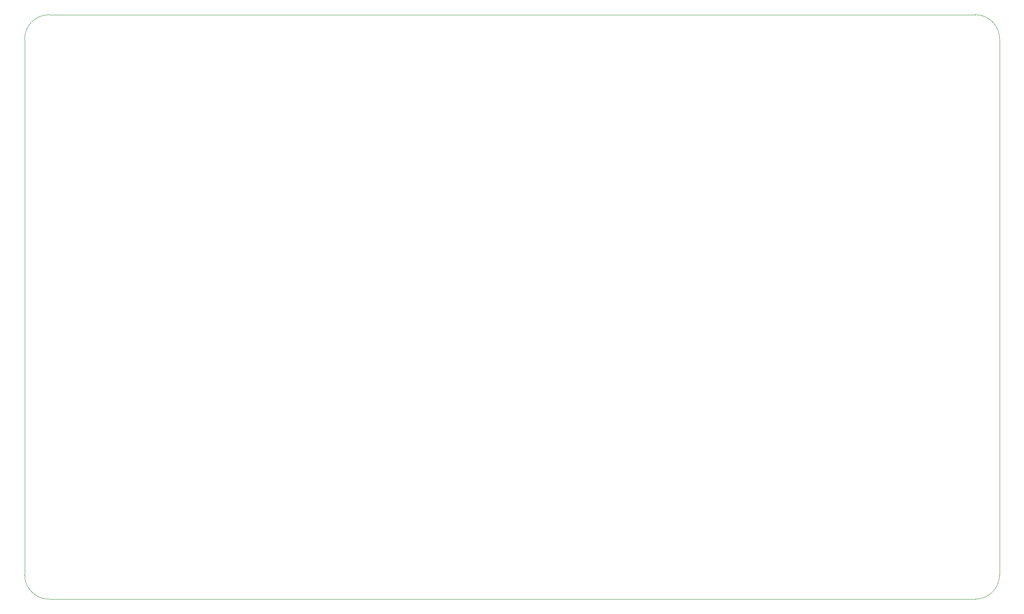
<source format=gm1>
%TF.GenerationSoftware,KiCad,Pcbnew,6.0.2-378541a8eb~116~ubuntu20.04.1*%
%TF.CreationDate,2022-03-08T15:28:56-05:00*%
%TF.ProjectId,Linear_Lab_Bench_PSU,4c696e65-6172-45f4-9c61-625f42656e63,rev?*%
%TF.SameCoordinates,Original*%
%TF.FileFunction,Profile,NP*%
%FSLAX46Y46*%
G04 Gerber Fmt 4.6, Leading zero omitted, Abs format (unit mm)*
G04 Created by KiCad (PCBNEW 6.0.2-378541a8eb~116~ubuntu20.04.1) date 2022-03-08 15:28:56*
%MOMM*%
%LPD*%
G01*
G04 APERTURE LIST*
%TA.AperFunction,Profile*%
%ADD10C,0.100000*%
%TD*%
G04 APERTURE END LIST*
D10*
X260000000Y-45000000D02*
X260000000Y-155000000D01*
X255000000Y-160000000D02*
G75*
G03*
X260000000Y-155000000I0J5000000D01*
G01*
X60000000Y-155000000D02*
G75*
G03*
X65000000Y-160000000I5000000J0D01*
G01*
X65000000Y-40000000D02*
G75*
G03*
X60000000Y-45000000I0J-5000000D01*
G01*
X65000000Y-160000000D02*
X255000000Y-160000000D01*
X255000000Y-40000000D02*
X65000000Y-40000000D01*
X260000000Y-45000000D02*
G75*
G03*
X255000000Y-40000000I-5000000J0D01*
G01*
X60000000Y-45000000D02*
X60000000Y-155000000D01*
M02*

</source>
